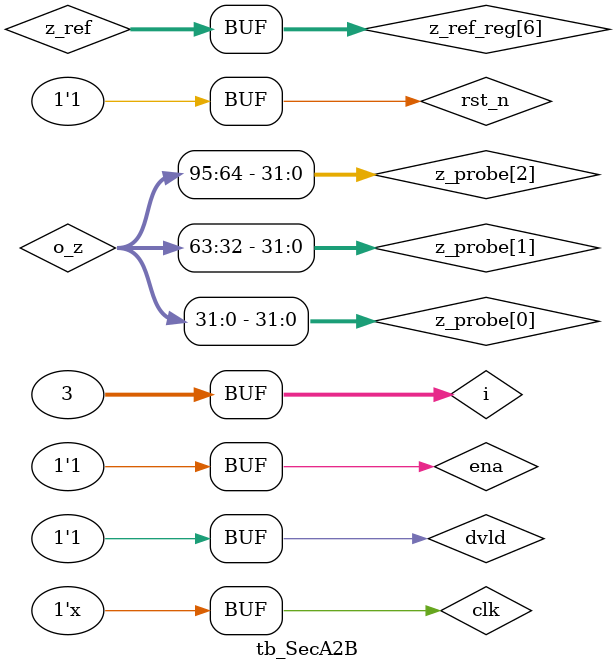
<source format=sv>
`timescale 1ns / 100ps

module tb_SecA2B();

localparam K_WIDTH = 32;
localparam N_SHARES = 3;
localparam MASKWIDTH = K_WIDTH * N_SHARES;
localparam RANDNUM = N_SHARES*(N_SHARES-1) + 2 * $clog2(K_WIDTH-1) * N_SHARES*(N_SHARES-1);

localparam DELAY_AND = 1;
localparam DELAY_CSA = DELAY_AND;
localparam DELAY_KSA = ($clog2(K_WIDTH-1) + 1) * DELAY_AND;

logic clk, rst_n;
logic dvld, ena;
logic [RANDNUM*K_WIDTH-1 : 0] rnd;
logic [MASKWIDTH-1 : 0] i_a;
logic [MASKWIDTH-1 : 0] o_z;
logic ovld;

logic [K_WIDTH-1 : 0] a_probe [0 : N_SHARES-1];
logic [K_WIDTH-1 : 0] z_probe [0 : N_SHARES-1];
logic [K_WIDTH-1 : 0] z_result;
logic [K_WIDTH-1 : 0] z_ref;
logic [K_WIDTH-1 : 0] z_ref_reg [0 : DELAY_CSA + DELAY_KSA - 1];

logic correct;

SecA2B_n3 #(
	.K_WIDTH(K_WIDTH),
	.N_SHARES(N_SHARES)
	) SECA2BN3(
	.clk(clk),
	.rst_n(rst_n),
	.dvld(dvld),
	.ena(ena),
	.rnd(rnd),
	.i_a(i_a),
	.o_z(o_z),
	.ovld(ovld)
	);
	
integer i;

always @(*)
begin
	for(i = 0; i < N_SHARES; i = i + 1) begin
		i_a[i*K_WIDTH +: K_WIDTH] = a_probe[i];
		z_probe[i] = o_z[i*K_WIDTH +: K_WIDTH];
	end
end

always @(posedge clk, negedge rst_n)
begin
	if(~rst_n) begin
		for(i = 0; i < DELAY_CSA + DELAY_KSA; i = i + 1) begin
			z_ref_reg[i] <= 'b0;
		end
	end
	else begin
		z_ref_reg[0] <= a_probe[0] + a_probe[1] + a_probe[2];
		for(i = 0; i < DELAY_CSA + DELAY_KSA - 1; i = i + 1) begin
			z_ref_reg[i+1] <= z_ref_reg[i];
		end
	end
end
assign z_ref = z_ref_reg[DELAY_CSA + DELAY_KSA - 1];

assign z_result = z_probe[0] ^ z_probe[1] ^ z_probe[2];

assign correct = ovld ? (z_ref == z_result) : 1'b0;

initial begin
	clk = 1'b0;
	rst_n = 1'b0;
	dvld = 1'b0;
	ena = 1'b0;
	rnd = 'b0;
	i_a = 'b0;
	#10
	rst_n = 1'b1;
	dvld = 1'b1;
	ena = 1'b1;
end
always #5 clk = ~clk;

always @(negedge clk)
begin
	for(i = 0; i < N_SHARES; i = i + 1) begin
		a_probe[i] <= $urandom;
	end
	for(i = 0; i < RANDNUM; i = i + 1) begin
		rnd[i*K_WIDTH +: K_WIDTH] <= $urandom;
	end
end

endmodule
</source>
